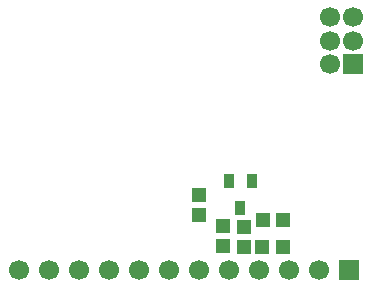
<source format=gbr>
G04 DipTrace 3.3.1.3*
G04 BottomMask.gbr*
%MOMM*%
G04 #@! TF.FileFunction,Soldermask,Bot*
G04 #@! TF.Part,Single*
%ADD53C,1.7*%
%ADD55R,1.7X1.7*%
%ADD57R,0.85X1.25*%
%ADD59R,1.2X1.3*%
%ADD63R,1.3X1.2*%
%FSLAX35Y35*%
G04*
G71*
G90*
G75*
G01*
G04 BotMask*
%LPD*%
D59*
X3111000Y1538000D3*
Y1368000D3*
D57*
X2985000Y1931000D3*
X3175000D3*
X3080000Y1701000D3*
D55*
X3999000Y1174000D3*
D53*
X3745000D3*
X3491000D3*
X3237000D3*
X2983000D3*
X2729000D3*
X2475000D3*
X2221000D3*
X1967000D3*
X1713000D3*
X1459000D3*
X1205000D3*
D63*
X3268000Y1602000D3*
X3438000D3*
X3437000Y1366000D3*
X3267000D3*
D59*
X2937000Y1376000D3*
Y1546000D3*
X2726000Y1811000D3*
Y1641000D3*
D55*
X4037000Y2916000D3*
D53*
Y3116000D3*
Y3316000D3*
X3837000D3*
Y3116000D3*
Y2916000D3*
M02*

</source>
